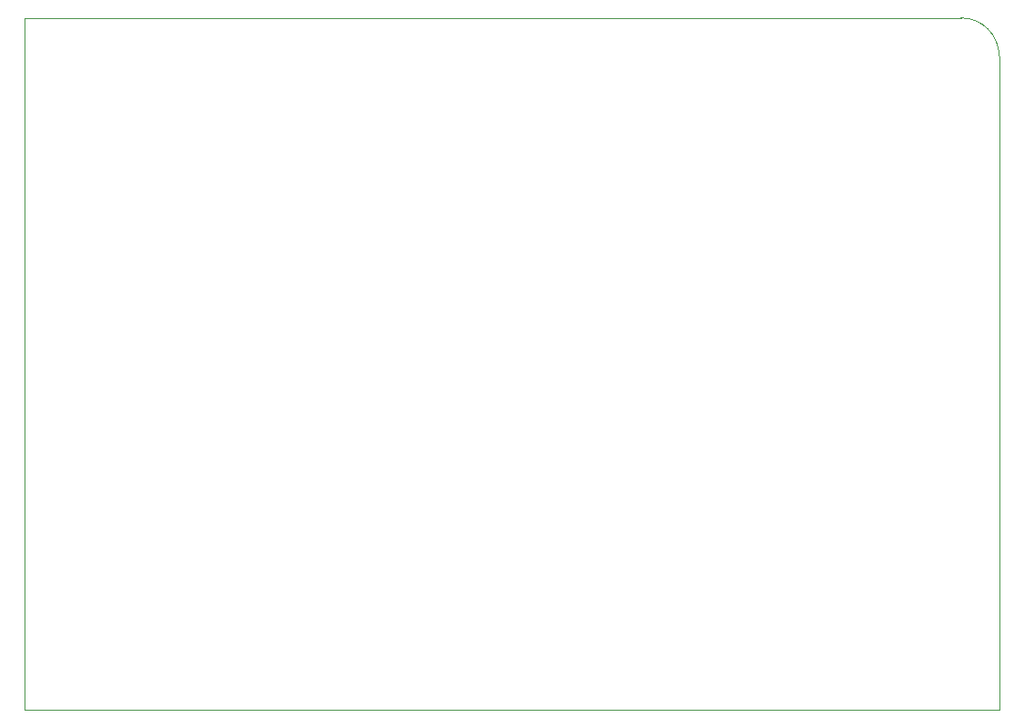
<source format=gbr>
%TF.GenerationSoftware,KiCad,Pcbnew,5.1.10-88a1d61d58~88~ubuntu20.04.1*%
%TF.CreationDate,2021-07-12T21:51:17+02:00*%
%TF.ProjectId,Tang_v1-1,54616e67-5f76-4312-9d31-2e6b69636164,rev?*%
%TF.SameCoordinates,Original*%
%TF.FileFunction,Profile,NP*%
%FSLAX46Y46*%
G04 Gerber Fmt 4.6, Leading zero omitted, Abs format (unit mm)*
G04 Created by KiCad (PCBNEW 5.1.10-88a1d61d58~88~ubuntu20.04.1) date 2021-07-12 21:51:17*
%MOMM*%
%LPD*%
G01*
G04 APERTURE LIST*
%TA.AperFunction,Profile*%
%ADD10C,0.050000*%
%TD*%
G04 APERTURE END LIST*
D10*
X207264000Y-100584000D02*
G75*
G02*
X210820000Y-104140000I0J-3556000D01*
G01*
X120015000Y-165100000D02*
X120015000Y-100584000D01*
X207264000Y-100584000D02*
X120015000Y-100584000D01*
X210820000Y-165100000D02*
X210820000Y-104140000D01*
X120015000Y-165100000D02*
X210820000Y-165100000D01*
M02*

</source>
